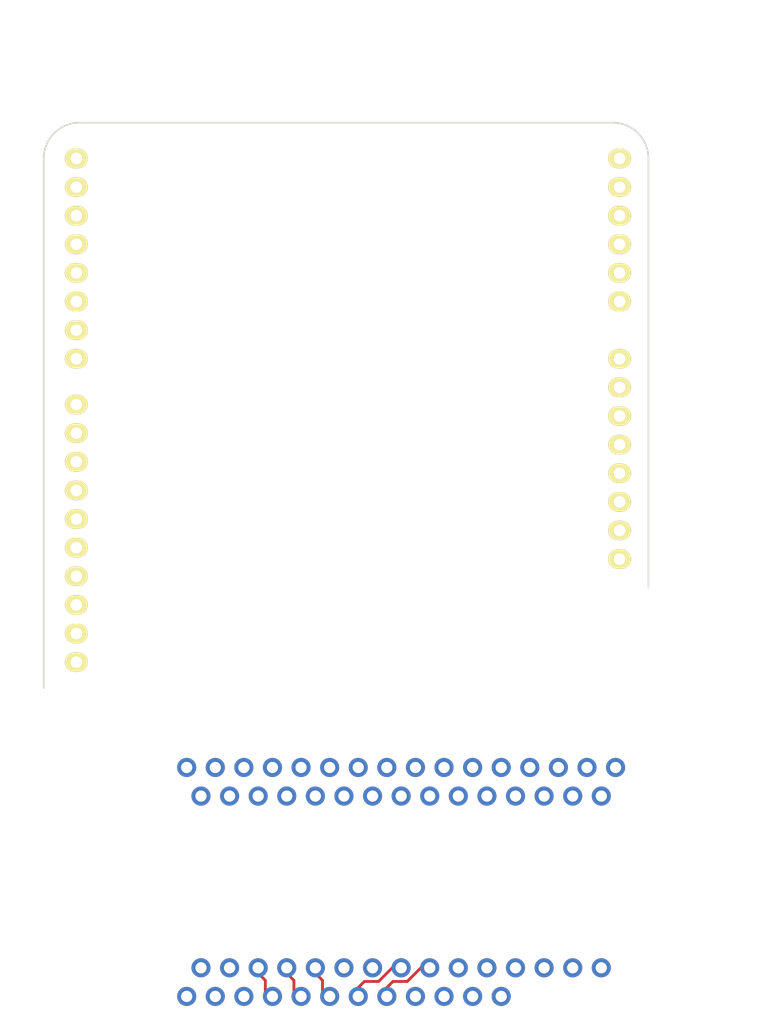
<source format=kicad_pcb>
(kicad_pcb (version 20171130) (host pcbnew "(5.1.9-0-10_14)")

  (general
    (thickness 1.6)
    (drawings 20)
    (tracks 12)
    (zones 0)
    (modules 8)
    (nets 34)
  )

  (page A4)
  (title_block
    (date "lun. 30 mars 2015")
  )

  (layers
    (0 F.Cu signal)
    (31 B.Cu signal)
    (32 B.Adhes user)
    (33 F.Adhes user)
    (34 B.Paste user)
    (35 F.Paste user)
    (36 B.SilkS user)
    (37 F.SilkS user)
    (38 B.Mask user)
    (39 F.Mask user)
    (40 Dwgs.User user)
    (41 Cmts.User user)
    (42 Eco1.User user)
    (43 Eco2.User user)
    (44 Edge.Cuts user)
    (45 Margin user)
    (46 B.CrtYd user)
    (47 F.CrtYd user)
    (48 B.Fab user)
    (49 F.Fab user)
  )

  (setup
    (last_trace_width 0.25)
    (user_trace_width 0.1524)
    (user_trace_width 0.2032)
    (user_trace_width 0.4)
    (user_trace_width 0.5)
    (user_trace_width 0.6096)
    (user_trace_width 0.8)
    (user_trace_width 1)
    (user_trace_width 2)
    (user_trace_width 0.1524)
    (user_trace_width 0.2032)
    (user_trace_width 0.4)
    (user_trace_width 0.5)
    (user_trace_width 0.6096)
    (user_trace_width 0.8)
    (user_trace_width 1)
    (user_trace_width 2)
    (trace_clearance 0.2)
    (zone_clearance 0.508)
    (zone_45_only no)
    (trace_min 0.2)
    (via_size 0.6)
    (via_drill 0.4)
    (via_min_size 0.4)
    (via_min_drill 0.3)
    (uvia_size 0.3)
    (uvia_drill 0.1)
    (uvias_allowed no)
    (uvia_min_size 0.2)
    (uvia_min_drill 0.1)
    (edge_width 0.15)
    (segment_width 0.15)
    (pcb_text_width 0.3)
    (pcb_text_size 1.5 1.5)
    (mod_edge_width 0.15)
    (mod_text_size 1 1)
    (mod_text_width 0.15)
    (pad_size 4.064 4.064)
    (pad_drill 3.048)
    (pad_to_mask_clearance 0)
    (aux_axis_origin 110.998 126.365)
    (grid_origin 110.998 126.365)
    (visible_elements FFFFFF7F)
    (pcbplotparams
      (layerselection 0x00030_80000001)
      (usegerberextensions false)
      (usegerberattributes true)
      (usegerberadvancedattributes true)
      (creategerberjobfile true)
      (excludeedgelayer true)
      (linewidth 0.100000)
      (plotframeref false)
      (viasonmask false)
      (mode 1)
      (useauxorigin false)
      (hpglpennumber 1)
      (hpglpenspeed 20)
      (hpglpendiameter 15.000000)
      (psnegative false)
      (psa4output false)
      (plotreference true)
      (plotvalue true)
      (plotinvisibletext false)
      (padsonsilk false)
      (subtractmaskfromsilk false)
      (outputformat 1)
      (mirror false)
      (drillshape 1)
      (scaleselection 1)
      (outputdirectory ""))
  )

  (net 0 "")
  (net 1 +5V)
  (net 2 GND)
  (net 3 /A0)
  (net 4 /A1)
  (net 5 /A2)
  (net 6 /A3)
  (net 7 "/1(Tx)")
  (net 8 "/0(Rx)")
  (net 9 "Net-(P1-Pad1)")
  (net 10 +3V3)
  (net 11 /~RESET)
  (net 12 /A6)
  (net 13 /A7)
  (net 14 /D2)
  (net 15 /D8)
  (net 16 /D7)
  (net 17 /SCL-A5)
  (net 18 /SDA-A4)
  (net 19 /D4)
  (net 20 /NC)
  (net 21 /D11-MOSI)
  (net 22 /D12-MISO)
  (net 23 /VIN)
  (net 24 /D13-SCK)
  (net 25 "/D3(**)")
  (net 26 "/D5(**)")
  (net 27 "/D6(**)")
  (net 28 "/D9(**)")
  (net 29 "/D10(**)")
  (net 30 "Net-(J2-Pad11)")
  (net 31 "Net-(J4-Pad13)")
  (net 32 "Net-(P1-Pad2)")
  (net 33 "Net-(P3-Pad3)")

  (net_class Default "This is the default net class."
    (clearance 0.2)
    (trace_width 0.25)
    (via_dia 0.6)
    (via_drill 0.4)
    (uvia_dia 0.3)
    (uvia_drill 0.1)
    (add_net +3V3)
    (add_net +5V)
    (add_net "/0(Rx)")
    (add_net "/1(Tx)")
    (add_net /A0)
    (add_net /A1)
    (add_net /A2)
    (add_net /A3)
    (add_net /A6)
    (add_net /A7)
    (add_net "/D10(**)")
    (add_net /D11-MOSI)
    (add_net /D12-MISO)
    (add_net /D13-SCK)
    (add_net /D2)
    (add_net "/D3(**)")
    (add_net /D4)
    (add_net "/D5(**)")
    (add_net "/D6(**)")
    (add_net /D7)
    (add_net /D8)
    (add_net "/D9(**)")
    (add_net /NC)
    (add_net /SCL-A5)
    (add_net /SDA-A4)
    (add_net /VIN)
    (add_net /~RESET)
    (add_net GND)
    (add_net "Net-(J2-Pad11)")
    (add_net "Net-(J4-Pad13)")
    (add_net "Net-(P1-Pad1)")
    (add_net "Net-(P1-Pad2)")
    (add_net "Net-(P3-Pad3)")
  )

  (module Socket_Arduino_Uno:Socket_Strip_Arduino_1x10 locked (layer F.Cu) (tedit 606FD61F) (tstamp 551AFA18)
    (at 123.4186 94.869 90)
    (descr "Through hole socket strip")
    (tags "socket strip")
    (path /56D721E0)
    (fp_text reference P3 (at 11.43 2.794 90) (layer F.Fab)
      (effects (font (size 1 1) (thickness 0.15)))
    )
    (fp_text value Digital (at 11.43 4.318 90) (layer F.Fab)
      (effects (font (size 1 1) (thickness 0.15)))
    )
    (fp_line (start -1.75 1.75) (end 24.65 1.75) (layer F.CrtYd) (width 0.05))
    (fp_line (start -1.75 -1.75) (end 24.65 -1.75) (layer F.CrtYd) (width 0.05))
    (fp_line (start 24.65 -1.75) (end 24.65 1.75) (layer F.CrtYd) (width 0.05))
    (fp_line (start -1.75 -1.75) (end -1.75 1.75) (layer F.CrtYd) (width 0.05))
    (pad 1 thru_hole oval (at 0 0 90) (size 1.7272 2.032) (drill 1.016) (layers *.Cu *.Mask F.SilkS)
      (net 17 /SCL-A5))
    (pad 2 thru_hole oval (at 2.54 0 90) (size 1.7272 2.032) (drill 1.016) (layers *.Cu *.Mask F.SilkS)
      (net 18 /SDA-A4))
    (pad 3 thru_hole oval (at 5.08 0 90) (size 1.7272 2.032) (drill 1.016) (layers *.Cu *.Mask F.SilkS)
      (net 33 "Net-(P3-Pad3)"))
    (pad 4 thru_hole oval (at 7.62 0 90) (size 1.7272 2.032) (drill 1.016) (layers *.Cu *.Mask F.SilkS)
      (net 2 GND))
    (pad 5 thru_hole oval (at 10.16 0 90) (size 1.7272 2.032) (drill 1.016) (layers *.Cu *.Mask F.SilkS)
      (net 24 /D13-SCK))
    (pad 6 thru_hole oval (at 12.7 0 90) (size 1.7272 2.032) (drill 1.016) (layers *.Cu *.Mask F.SilkS)
      (net 22 /D12-MISO))
    (pad 7 thru_hole oval (at 15.24 0 90) (size 1.7272 2.032) (drill 1.016) (layers *.Cu *.Mask F.SilkS)
      (net 21 /D11-MOSI))
    (pad 8 thru_hole oval (at 17.78 0 90) (size 1.7272 2.032) (drill 1.016) (layers *.Cu *.Mask F.SilkS)
      (net 29 "/D10(**)"))
    (pad 9 thru_hole oval (at 20.32 0 90) (size 1.7272 2.032) (drill 1.016) (layers *.Cu *.Mask F.SilkS)
      (net 28 "/D9(**)"))
    (pad 10 thru_hole oval (at 22.86 0 90) (size 1.7272 2.032) (drill 1.016) (layers *.Cu *.Mask F.SilkS)
      (net 15 /D8))
    (model ${KIPRJMOD}/Socket_Arduino_Uno.3dshapes/Socket_header_Arduino_1x10.wrl
      (offset (xyz 11.42999982833862 0 0))
      (scale (xyz 1 1 1))
      (rotate (xyz 0 0 180))
    )
  )

  (module Socket_Arduino_Uno:Socket_Strip_Arduino_1x08 locked (layer F.Cu) (tedit 606FD604) (tstamp 551AF9EA)
    (at 171.6786 85.725 90)
    (descr "Through hole socket strip")
    (tags "socket strip")
    (path /56D70129)
    (fp_text reference P1 (at 8.89 -2.54 90) (layer F.Fab)
      (effects (font (size 1 1) (thickness 0.15)))
    )
    (fp_text value Power (at 8.89 -4.064 90) (layer F.Fab)
      (effects (font (size 1 1) (thickness 0.15)))
    )
    (fp_line (start -1.75 1.75) (end 19.55 1.75) (layer F.CrtYd) (width 0.05))
    (fp_line (start -1.75 -1.75) (end 19.55 -1.75) (layer F.CrtYd) (width 0.05))
    (fp_line (start 19.55 -1.75) (end 19.55 1.75) (layer F.CrtYd) (width 0.05))
    (fp_line (start -1.75 -1.75) (end -1.75 1.75) (layer F.CrtYd) (width 0.05))
    (pad 1 thru_hole oval (at 0 0 90) (size 1.7272 2.032) (drill 1.016) (layers *.Cu *.Mask F.SilkS)
      (net 9 "Net-(P1-Pad1)"))
    (pad 2 thru_hole oval (at 2.54 0 90) (size 1.7272 2.032) (drill 1.016) (layers *.Cu *.Mask F.SilkS)
      (net 32 "Net-(P1-Pad2)"))
    (pad 3 thru_hole oval (at 5.08 0 90) (size 1.7272 2.032) (drill 1.016) (layers *.Cu *.Mask F.SilkS)
      (net 11 /~RESET))
    (pad 4 thru_hole oval (at 7.62 0 90) (size 1.7272 2.032) (drill 1.016) (layers *.Cu *.Mask F.SilkS)
      (net 10 +3V3))
    (pad 5 thru_hole oval (at 10.16 0 90) (size 1.7272 2.032) (drill 1.016) (layers *.Cu *.Mask F.SilkS)
      (net 1 +5V))
    (pad 6 thru_hole oval (at 12.7 0 90) (size 1.7272 2.032) (drill 1.016) (layers *.Cu *.Mask F.SilkS)
      (net 2 GND))
    (pad 7 thru_hole oval (at 15.24 0 90) (size 1.7272 2.032) (drill 1.016) (layers *.Cu *.Mask F.SilkS)
      (net 2 GND))
    (pad 8 thru_hole oval (at 17.78 0 90) (size 1.7272 2.032) (drill 1.016) (layers *.Cu *.Mask F.SilkS)
      (net 23 /VIN))
    (model ${KIPRJMOD}/Socket_Arduino_Uno.3dshapes/Socket_header_Arduino_1x08.wrl
      (offset (xyz 8.889999866485596 0 0))
      (scale (xyz 1 1 1))
      (rotate (xyz 0 0 180))
    )
  )

  (module Socket_Arduino_Uno:Socket_Strip_Arduino_1x06 locked (layer F.Cu) (tedit 606FD5CC) (tstamp 551AF9FF)
    (at 171.6786 62.865 90)
    (descr "Through hole socket strip")
    (tags "socket strip")
    (path /56D70DD8)
    (fp_text reference P2 (at 6.604 -2.54 90) (layer F.Fab)
      (effects (font (size 1 1) (thickness 0.15)))
    )
    (fp_text value Analog (at 6.604 -4.064 90) (layer F.Fab)
      (effects (font (size 1 1) (thickness 0.15)))
    )
    (fp_line (start -1.75 1.75) (end 14.45 1.75) (layer F.CrtYd) (width 0.05))
    (fp_line (start -1.75 -1.75) (end 14.45 -1.75) (layer F.CrtYd) (width 0.05))
    (fp_line (start 14.45 -1.75) (end 14.45 1.75) (layer F.CrtYd) (width 0.05))
    (fp_line (start -1.75 -1.75) (end -1.75 1.75) (layer F.CrtYd) (width 0.05))
    (pad 1 thru_hole oval (at 0 0 90) (size 1.7272 2.032) (drill 1.016) (layers *.Cu *.Mask F.SilkS)
      (net 3 /A0))
    (pad 2 thru_hole oval (at 2.54 0 90) (size 1.7272 2.032) (drill 1.016) (layers *.Cu *.Mask F.SilkS)
      (net 4 /A1))
    (pad 3 thru_hole oval (at 5.08 0 90) (size 1.7272 2.032) (drill 1.016) (layers *.Cu *.Mask F.SilkS)
      (net 5 /A2))
    (pad 4 thru_hole oval (at 7.62 0 90) (size 1.7272 2.032) (drill 1.016) (layers *.Cu *.Mask F.SilkS)
      (net 6 /A3))
    (pad 5 thru_hole oval (at 10.16 0 90) (size 1.7272 2.032) (drill 1.016) (layers *.Cu *.Mask F.SilkS)
      (net 18 /SDA-A4))
    (pad 6 thru_hole oval (at 12.7 0 90) (size 1.7272 2.032) (drill 1.016) (layers *.Cu *.Mask F.SilkS)
      (net 17 /SCL-A5))
    (model ${KIPRJMOD}/Socket_Arduino_Uno.3dshapes/Socket_header_Arduino_1x06.wrl
      (offset (xyz 6.349999904632568 0 0))
      (scale (xyz 1 1 1))
      (rotate (xyz 0 0 180))
    )
  )

  (module Socket_Arduino_Uno:Socket_Strip_Arduino_1x08 locked (layer F.Cu) (tedit 606FD5AC) (tstamp 551AFA2F)
    (at 123.4186 67.945 90)
    (descr "Through hole socket strip")
    (tags "socket strip")
    (path /56D7164F)
    (fp_text reference P4 (at 8.89 2.794 90) (layer F.Fab)
      (effects (font (size 1 1) (thickness 0.15)))
    )
    (fp_text value Digital (at 8.89 4.318 90) (layer F.Fab)
      (effects (font (size 1 1) (thickness 0.15)))
    )
    (fp_line (start -1.75 1.75) (end 19.55 1.75) (layer F.CrtYd) (width 0.05))
    (fp_line (start -1.75 -1.75) (end 19.55 -1.75) (layer F.CrtYd) (width 0.05))
    (fp_line (start 19.55 -1.75) (end 19.55 1.75) (layer F.CrtYd) (width 0.05))
    (fp_line (start -1.75 -1.75) (end -1.75 1.75) (layer F.CrtYd) (width 0.05))
    (pad 1 thru_hole oval (at 0 0 90) (size 1.7272 2.032) (drill 1.016) (layers *.Cu *.Mask F.SilkS)
      (net 16 /D7))
    (pad 2 thru_hole oval (at 2.54 0 90) (size 1.7272 2.032) (drill 1.016) (layers *.Cu *.Mask F.SilkS)
      (net 27 "/D6(**)"))
    (pad 3 thru_hole oval (at 5.08 0 90) (size 1.7272 2.032) (drill 1.016) (layers *.Cu *.Mask F.SilkS)
      (net 26 "/D5(**)"))
    (pad 4 thru_hole oval (at 7.62 0 90) (size 1.7272 2.032) (drill 1.016) (layers *.Cu *.Mask F.SilkS)
      (net 19 /D4))
    (pad 5 thru_hole oval (at 10.16 0 90) (size 1.7272 2.032) (drill 1.016) (layers *.Cu *.Mask F.SilkS)
      (net 25 "/D3(**)"))
    (pad 6 thru_hole oval (at 12.7 0 90) (size 1.7272 2.032) (drill 1.016) (layers *.Cu *.Mask F.SilkS)
      (net 14 /D2))
    (pad 7 thru_hole oval (at 15.24 0 90) (size 1.7272 2.032) (drill 1.016) (layers *.Cu *.Mask F.SilkS)
      (net 7 "/1(Tx)"))
    (pad 8 thru_hole oval (at 17.78 0 90) (size 1.7272 2.032) (drill 1.016) (layers *.Cu *.Mask F.SilkS)
      (net 8 "/0(Rx)"))
    (model ${KIPRJMOD}/Socket_Arduino_Uno.3dshapes/Socket_header_Arduino_1x08.wrl
      (offset (xyz 8.889999866485596 0 0))
      (scale (xyz 1 1 1))
      (rotate (xyz 0 0 180))
    )
  )

  (module Multi_Board_ASK:PinHeader_1x16_P2.54mm_Vertical (layer B.Cu) (tedit 5E068DC1) (tstamp 60709BF8)
    (at 133.223 104.2162 270)
    (descr "Through hole straight pin header, 1x16, 2.54mm pitch, single row")
    (tags "Through hole pin header THT 1x16 2.54mm single row")
    (path /5D375C76)
    (fp_text reference J1 (at 0 2.33 90) (layer B.Fab) hide
      (effects (font (size 1 1) (thickness 0.15)) (justify mirror))
    )
    (fp_text value "feather long" (at 0 -40.43 90) (layer B.Fab) hide
      (effects (font (size 1 1) (thickness 0.15)) (justify mirror))
    )
    (fp_line (start -1.27 0.635) (end -0.635 1.27) (layer B.Fab) (width 0.1))
    (fp_line (start -1.27 -39.37) (end -1.27 0.635) (layer B.Fab) (width 0.1))
    (fp_line (start 1.27 -39.37) (end -1.27 -39.37) (layer B.Fab) (width 0.1))
    (fp_line (start 1.27 1.27) (end 1.27 -39.37) (layer B.Fab) (width 0.1))
    (fp_line (start -0.635 1.27) (end 1.27 1.27) (layer B.Fab) (width 0.1))
    (fp_text user %R (at 0 -19.05 180) (layer B.Fab)
      (effects (font (size 1 1) (thickness 0.15)) (justify mirror))
    )
    (pad 1 thru_hole circle (at 0 0 270) (size 1.7 1.7) (drill 1) (layers *.Cu *.Mask)
      (net 14 /D2))
    (pad 2 thru_hole oval (at 0 -2.54 270) (size 1.7 1.7) (drill 1) (layers *.Cu *.Mask)
      (net 7 "/1(Tx)"))
    (pad 3 thru_hole oval (at 0 -5.08 270) (size 1.7 1.7) (drill 1) (layers *.Cu *.Mask)
      (net 8 "/0(Rx)"))
    (pad 4 thru_hole oval (at 0 -7.62 270) (size 1.7 1.7) (drill 1) (layers *.Cu *.Mask)
      (net 22 /D12-MISO))
    (pad 5 thru_hole oval (at 0 -10.16 270) (size 1.7 1.7) (drill 1) (layers *.Cu *.Mask)
      (net 21 /D11-MOSI))
    (pad 6 thru_hole oval (at 0 -12.7 270) (size 1.7 1.7) (drill 1) (layers *.Cu *.Mask)
      (net 24 /D13-SCK))
    (pad 7 thru_hole oval (at 0 -15.24 270) (size 1.7 1.7) (drill 1) (layers *.Cu *.Mask)
      (net 13 /A7))
    (pad 8 thru_hole oval (at 0 -17.78 270) (size 1.7 1.7) (drill 1) (layers *.Cu *.Mask)
      (net 12 /A6))
    (pad 9 thru_hole oval (at 0 -20.32 270) (size 1.7 1.7) (drill 1) (layers *.Cu *.Mask)
      (net 6 /A3))
    (pad 10 thru_hole oval (at 0 -22.86 270) (size 1.7 1.7) (drill 1) (layers *.Cu *.Mask)
      (net 5 /A2))
    (pad 11 thru_hole oval (at 0 -25.4 270) (size 1.7 1.7) (drill 1) (layers *.Cu *.Mask)
      (net 4 /A1))
    (pad 12 thru_hole oval (at 0 -27.94 270) (size 1.7 1.7) (drill 1) (layers *.Cu *.Mask)
      (net 3 /A0))
    (pad 13 thru_hole oval (at 0 -30.48 270) (size 1.7 1.7) (drill 1) (layers *.Cu *.Mask)
      (net 2 GND))
    (pad 14 thru_hole oval (at 0 -33.02 270) (size 1.7 1.7) (drill 1) (layers *.Cu *.Mask)
      (net 20 /NC))
    (pad 15 thru_hole oval (at 0 -35.56 270) (size 1.7 1.7) (drill 1) (layers *.Cu *.Mask)
      (net 10 +3V3))
    (pad 16 thru_hole oval (at 0 -38.1 270) (size 1.7 1.7) (drill 1) (layers *.Cu *.Mask)
      (net 11 /~RESET))
    (model ${KISYS3DMOD}/Connector_PinHeader_2.54mm.3dshapes/PinHeader_1x16_P2.54mm_Vertical.wrl
      (at (xyz 0 0 0))
      (scale (xyz 1 1 1))
      (rotate (xyz 0 0 0))
    )
  )

  (module Multi_Board_ASK:PinHeader_1x12_P2.54mm_Vertical (layer B.Cu) (tedit 5E068D93) (tstamp 60709C11)
    (at 133.223 124.5362 270)
    (descr "Through hole straight pin header, 1x12, 2.54mm pitch, single row")
    (tags "Through hole pin header THT 1x12 2.54mm single row")
    (path /5D375CC4)
    (fp_text reference J2 (at 0 2.33 90) (layer B.Fab) hide
      (effects (font (size 1 1) (thickness 0.15)) (justify mirror))
    )
    (fp_text value "feather short" (at 0 -30.27 90) (layer B.Fab) hide
      (effects (font (size 1 1) (thickness 0.15)) (justify mirror))
    )
    (fp_line (start -1.27 0.635) (end -0.635 1.27) (layer B.Fab) (width 0.1))
    (fp_line (start -1.27 -29.21) (end -1.27 0.635) (layer B.Fab) (width 0.1))
    (fp_line (start 1.27 -29.21) (end -1.27 -29.21) (layer B.Fab) (width 0.1))
    (fp_line (start 1.27 1.27) (end 1.27 -29.21) (layer B.Fab) (width 0.1))
    (fp_line (start -0.635 1.27) (end 1.27 1.27) (layer B.Fab) (width 0.1))
    (fp_text user %R (at 0 -13.97 180) (layer B.Fab)
      (effects (font (size 1 1) (thickness 0.15)) (justify mirror))
    )
    (pad 1 thru_hole circle (at 0 0 270) (size 1.7 1.7) (drill 1) (layers *.Cu *.Mask)
      (net 18 /SDA-A4))
    (pad 2 thru_hole oval (at 0 -2.54 270) (size 1.7 1.7) (drill 1) (layers *.Cu *.Mask)
      (net 17 /SCL-A5))
    (pad 3 thru_hole oval (at 0 -5.08 270) (size 1.7 1.7) (drill 1) (layers *.Cu *.Mask)
      (net 25 "/D3(**)"))
    (pad 4 thru_hole oval (at 0 -7.62 270) (size 1.7 1.7) (drill 1) (layers *.Cu *.Mask)
      (net 19 /D4))
    (pad 5 thru_hole oval (at 0 -10.16 270) (size 1.7 1.7) (drill 1) (layers *.Cu *.Mask)
      (net 26 "/D5(**)"))
    (pad 6 thru_hole oval (at 0 -12.7 270) (size 1.7 1.7) (drill 1) (layers *.Cu *.Mask)
      (net 27 "/D6(**)"))
    (pad 7 thru_hole oval (at 0 -15.24 270) (size 1.7 1.7) (drill 1) (layers *.Cu *.Mask)
      (net 15 /D8))
    (pad 8 thru_hole oval (at 0 -17.78 270) (size 1.7 1.7) (drill 1) (layers *.Cu *.Mask)
      (net 28 "/D9(**)"))
    (pad 9 thru_hole oval (at 0 -20.32 270) (size 1.7 1.7) (drill 1) (layers *.Cu *.Mask)
      (net 29 "/D10(**)"))
    (pad 10 thru_hole oval (at 0 -22.86 270) (size 1.7 1.7) (drill 1) (layers *.Cu *.Mask)
      (net 1 +5V))
    (pad 11 thru_hole oval (at 0 -25.4 270) (size 1.7 1.7) (drill 1) (layers *.Cu *.Mask)
      (net 30 "Net-(J2-Pad11)"))
    (pad 12 thru_hole oval (at 0 -27.94 270) (size 1.7 1.7) (drill 1) (layers *.Cu *.Mask)
      (net 23 /VIN))
    (model ${KISYS3DMOD}/Connector_PinHeader_2.54mm.3dshapes/PinHeader_1x12_P2.54mm_Vertical.wrl
      (at (xyz 0 0 0))
      (scale (xyz 1 1 1))
      (rotate (xyz 0 0 0))
    )
  )

  (module Multi_Board_ASK:PinSocket_1x15_P2.54mm_Vertical (layer F.Cu) (tedit 5E06CC47) (tstamp 60709C26)
    (at 134.493 121.9962 90)
    (descr "Through hole straight socket strip, 1x15, 2.54mm pitch, single row (from Kicad 4.0.7), script generated")
    (tags "Through hole socket strip THT 1x15 2.54mm single row")
    (path /5E06C052)
    (fp_text reference J3 (at 0 -2.77 90) (layer F.Fab) hide
      (effects (font (size 1 1) (thickness 0.15)))
    )
    (fp_text value Conn_01x15 (at 0 38.33 90) (layer F.Fab) hide
      (effects (font (size 1 1) (thickness 0.15)))
    )
    (fp_line (start -1.27 -1.27) (end 0.635 -1.27) (layer F.Fab) (width 0.1))
    (fp_line (start 0.635 -1.27) (end 1.27 -0.635) (layer F.Fab) (width 0.1))
    (fp_line (start 1.27 -0.635) (end 1.27 36.83) (layer F.Fab) (width 0.1))
    (fp_line (start 1.27 36.83) (end -1.27 36.83) (layer F.Fab) (width 0.1))
    (fp_line (start -1.27 36.83) (end -1.27 -1.27) (layer F.Fab) (width 0.1))
    (fp_text user %R (at 0 17.78) (layer F.Fab)
      (effects (font (size 1 1) (thickness 0.15)))
    )
    (pad 15 thru_hole oval (at 0 35.56 90) (size 1.7 1.7) (drill 1) (layers *.Cu *.Mask)
      (net 22 /D12-MISO))
    (pad 14 thru_hole oval (at 0 33.02 90) (size 1.7 1.7) (drill 1) (layers *.Cu *.Mask)
      (net 21 /D11-MOSI))
    (pad 13 thru_hole oval (at 0 30.48 90) (size 1.7 1.7) (drill 1) (layers *.Cu *.Mask)
      (net 29 "/D10(**)"))
    (pad 12 thru_hole oval (at 0 27.94 90) (size 1.7 1.7) (drill 1) (layers *.Cu *.Mask)
      (net 28 "/D9(**)"))
    (pad 11 thru_hole oval (at 0 25.4 90) (size 1.7 1.7) (drill 1) (layers *.Cu *.Mask)
      (net 15 /D8))
    (pad 10 thru_hole oval (at 0 22.86 90) (size 1.7 1.7) (drill 1) (layers *.Cu *.Mask)
      (net 16 /D7))
    (pad 9 thru_hole oval (at 0 20.32 90) (size 1.7 1.7) (drill 1) (layers *.Cu *.Mask)
      (net 27 "/D6(**)"))
    (pad 8 thru_hole oval (at 0 17.78 90) (size 1.7 1.7) (drill 1) (layers *.Cu *.Mask)
      (net 26 "/D5(**)"))
    (pad 7 thru_hole oval (at 0 15.24 90) (size 1.7 1.7) (drill 1) (layers *.Cu *.Mask)
      (net 19 /D4))
    (pad 6 thru_hole oval (at 0 12.7 90) (size 1.7 1.7) (drill 1) (layers *.Cu *.Mask)
      (net 25 "/D3(**)"))
    (pad 5 thru_hole oval (at 0 10.16 90) (size 1.7 1.7) (drill 1) (layers *.Cu *.Mask)
      (net 14 /D2))
    (pad 4 thru_hole oval (at 0 7.62 90) (size 1.7 1.7) (drill 1) (layers *.Cu *.Mask)
      (net 2 GND))
    (pad 3 thru_hole oval (at 0 5.08 90) (size 1.7 1.7) (drill 1) (layers *.Cu *.Mask)
      (net 11 /~RESET))
    (pad 2 thru_hole oval (at 0 2.54 90) (size 1.7 1.7) (drill 1) (layers *.Cu *.Mask)
      (net 8 "/0(Rx)"))
    (pad 1 thru_hole circle (at 0 0 90) (size 1.7 1.7) (drill 1) (layers *.Cu *.Mask)
      (net 7 "/1(Tx)"))
    (model ${KISYS3DMOD}/Connector_PinSocket_2.54mm.3dshapes/PinSocket_1x15_P2.54mm_Vertical.wrl
      (at (xyz 0 0 0))
      (scale (xyz 1 1 1))
      (rotate (xyz 0 0 0))
    )
  )

  (module Multi_Board_ASK:PinSocket_1x15_P2.54mm_Vertical (layer F.Cu) (tedit 5E06CC47) (tstamp 60709C3E)
    (at 134.493 106.7562 90)
    (descr "Through hole straight socket strip, 1x15, 2.54mm pitch, single row (from Kicad 4.0.7), script generated")
    (tags "Through hole socket strip THT 1x15 2.54mm single row")
    (path /5E070545)
    (fp_text reference J4 (at 0 -2.77 90) (layer F.Fab) hide
      (effects (font (size 1 1) (thickness 0.15)))
    )
    (fp_text value Conn_01x15 (at 0 38.33 90) (layer F.Fab) hide
      (effects (font (size 1 1) (thickness 0.15)))
    )
    (fp_line (start -1.27 36.83) (end -1.27 -1.27) (layer F.Fab) (width 0.1))
    (fp_line (start 1.27 36.83) (end -1.27 36.83) (layer F.Fab) (width 0.1))
    (fp_line (start 1.27 -0.635) (end 1.27 36.83) (layer F.Fab) (width 0.1))
    (fp_line (start 0.635 -1.27) (end 1.27 -0.635) (layer F.Fab) (width 0.1))
    (fp_line (start -1.27 -1.27) (end 0.635 -1.27) (layer F.Fab) (width 0.1))
    (fp_text user %R (at 0 17.78) (layer F.Fab)
      (effects (font (size 1 1) (thickness 0.15)))
    )
    (pad 1 thru_hole circle (at 0 0 90) (size 1.7 1.7) (drill 1) (layers *.Cu *.Mask)
      (net 23 /VIN))
    (pad 2 thru_hole oval (at 0 2.54 90) (size 1.7 1.7) (drill 1) (layers *.Cu *.Mask)
      (net 2 GND))
    (pad 3 thru_hole oval (at 0 5.08 90) (size 1.7 1.7) (drill 1) (layers *.Cu *.Mask)
      (net 11 /~RESET))
    (pad 4 thru_hole oval (at 0 7.62 90) (size 1.7 1.7) (drill 1) (layers *.Cu *.Mask)
      (net 1 +5V))
    (pad 5 thru_hole oval (at 0 10.16 90) (size 1.7 1.7) (drill 1) (layers *.Cu *.Mask)
      (net 13 /A7))
    (pad 6 thru_hole oval (at 0 12.7 90) (size 1.7 1.7) (drill 1) (layers *.Cu *.Mask)
      (net 12 /A6))
    (pad 7 thru_hole oval (at 0 15.24 90) (size 1.7 1.7) (drill 1) (layers *.Cu *.Mask)
      (net 17 /SCL-A5))
    (pad 8 thru_hole oval (at 0 17.78 90) (size 1.7 1.7) (drill 1) (layers *.Cu *.Mask)
      (net 18 /SDA-A4))
    (pad 9 thru_hole oval (at 0 20.32 90) (size 1.7 1.7) (drill 1) (layers *.Cu *.Mask)
      (net 6 /A3))
    (pad 10 thru_hole oval (at 0 22.86 90) (size 1.7 1.7) (drill 1) (layers *.Cu *.Mask)
      (net 5 /A2))
    (pad 11 thru_hole oval (at 0 25.4 90) (size 1.7 1.7) (drill 1) (layers *.Cu *.Mask)
      (net 4 /A1))
    (pad 12 thru_hole oval (at 0 27.94 90) (size 1.7 1.7) (drill 1) (layers *.Cu *.Mask)
      (net 3 /A0))
    (pad 13 thru_hole oval (at 0 30.48 90) (size 1.7 1.7) (drill 1) (layers *.Cu *.Mask)
      (net 31 "Net-(J4-Pad13)"))
    (pad 14 thru_hole oval (at 0 33.02 90) (size 1.7 1.7) (drill 1) (layers *.Cu *.Mask)
      (net 10 +3V3))
    (pad 15 thru_hole oval (at 0 35.56 90) (size 1.7 1.7) (drill 1) (layers *.Cu *.Mask)
      (net 24 /D13-SCK))
    (model ${KISYS3DMOD}/Connector_PinSocket_2.54mm.3dshapes/PinSocket_1x15_P2.54mm_Vertical.wrl
      (at (xyz 0 0 0))
      (scale (xyz 1 1 1))
      (rotate (xyz 0 0 0))
    )
  )

  (dimension 4.699 (width 0.15) (layer Dwgs.User) (tstamp 6070AD13)
    (gr_text "4.699 mm" (at 171.7675 92.486) (layer Dwgs.User) (tstamp 6070AD13)
      (effects (font (size 1 1) (thickness 0.15)))
    )
    (feature1 (pts (xy 174.117 87.376) (xy 174.117 91.772421)))
    (feature2 (pts (xy 169.418 87.376) (xy 169.418 91.772421)))
    (crossbar (pts (xy 169.418 91.186) (xy 174.117 91.186)))
    (arrow1a (pts (xy 174.117 91.186) (xy 172.990496 91.772421)))
    (arrow1b (pts (xy 174.117 91.186) (xy 172.990496 90.599579)))
    (arrow2a (pts (xy 169.418 91.186) (xy 170.544504 91.772421)))
    (arrow2b (pts (xy 169.418 91.186) (xy 170.544504 90.599579)))
  )
  (gr_arc (start 123.698 50.165) (end 123.698 46.99) (angle -90) (layer Edge.Cuts) (width 0.15) (tstamp 6070ACD5))
  (gr_arc (start 171.069 50.165) (end 174.244 50.165) (angle -90) (layer Edge.Cuts) (width 0.15) (tstamp 6070ACCC))
  (dimension 78.74 (width 0.15) (layer Dwgs.User)
    (gr_text "78.740 mm" (at 184.053 86.995 90) (layer Dwgs.User) (tstamp 606FDF3C)
      (effects (font (size 1 1) (thickness 0.15)))
    )
    (feature1 (pts (xy 176.403 126.365) (xy 183.339421 126.365)))
    (feature2 (pts (xy 176.403 47.625) (xy 183.339421 47.625)))
    (crossbar (pts (xy 182.753 47.625) (xy 182.753 126.365)))
    (arrow1a (pts (xy 182.753 126.365) (xy 182.166579 125.238496)))
    (arrow1b (pts (xy 182.753 126.365) (xy 183.339421 125.238496)))
    (arrow2a (pts (xy 182.753 47.625) (xy 182.166579 48.751504)))
    (arrow2b (pts (xy 182.753 47.625) (xy 183.339421 48.751504)))
  )
  (dimension 60.325 (width 0.15) (layer Dwgs.User)
    (gr_text "60.325 mm" (at 146.8755 36.8) (layer Dwgs.User)
      (effects (font (size 1 1) (thickness 0.15)))
    )
    (feature1 (pts (xy 116.713 44.45) (xy 116.713 37.513579)))
    (feature2 (pts (xy 177.038 44.45) (xy 177.038 37.513579)))
    (crossbar (pts (xy 177.038 38.1) (xy 116.713 38.1)))
    (arrow1a (pts (xy 116.713 38.1) (xy 117.839504 37.513579)))
    (arrow1b (pts (xy 116.713 38.1) (xy 117.839504 38.686421)))
    (arrow2a (pts (xy 177.038 38.1) (xy 175.911496 37.513579)))
    (arrow2b (pts (xy 177.038 38.1) (xy 175.911496 38.686421)))
  )
  (gr_line (start 174.244 50.165) (end 174.244 88.265) (layer Edge.Cuts) (width 0.15))
  (gr_line (start 123.698 46.99) (end 171.069 46.99) (layer Edge.Cuts) (width 0.15))
  (gr_line (start 120.523 97.155) (end 120.523 50.165) (layer Edge.Cuts) (width 0.15))
  (gr_line (start 174.2186 47.625) (end 171.6786 47.625) (angle 90) (layer F.Fab) (width 0.15))
  (gr_arc (start 126.873 123.2662) (end 124.333 123.2662) (angle -90) (layer F.Fab) (width 0.2))
  (gr_arc (start 126.873 105.4862) (end 126.873 102.9462) (angle -90) (layer F.Fab) (width 0.2) (tstamp 5E24736C))
  (gr_arc (start 171.323 105.4862) (end 173.863 105.4862) (angle -90) (layer F.Fab) (width 0.2))
  (gr_arc (start 171.323 123.2662) (end 171.323 125.8062) (angle -90) (layer F.Fab) (width 0.2))
  (gr_line (start 173.863 105.4862) (end 173.863 123.2662) (layer F.Fab) (width 0.2))
  (gr_line (start 126.873 102.9462) (end 171.323 102.9462) (layer F.Fab) (width 0.2))
  (gr_line (start 124.333 123.2662) (end 124.333 105.4862) (layer F.Fab) (width 0.2) (tstamp 60709FF0))
  (gr_line (start 171.323 125.8062) (end 126.873 125.8062) (layer F.Fab) (width 0.2))
  (gr_line (start 147.574 100.584) (end 147.574 95.504) (angle 90) (layer F.Fab) (width 0.15))
  (gr_line (start 155.194 100.584) (end 147.574 100.584) (angle 90) (layer F.Fab) (width 0.15))
  (gr_line (start 155.194 95.504) (end 155.194 100.584) (angle 90) (layer F.Fab) (width 0.15))

  (segment (start 140.208 123.1138) (end 138.938 121.8438) (width 0.25) (layer F.Cu) (net 4))
  (segment (start 140.208 124.3838) (end 140.208 123.1138) (width 0.25) (layer F.Cu) (net 4))
  (segment (start 142.748 123.1138) (end 141.478 121.8438) (width 0.25) (layer F.Cu) (net 5))
  (segment (start 142.748 124.3838) (end 142.748 123.1138) (width 0.25) (layer F.Cu) (net 5))
  (segment (start 145.288 123.1138) (end 144.018 121.8438) (width 0.25) (layer F.Cu) (net 6))
  (segment (start 145.288 124.3838) (end 145.288 123.1138) (width 0.25) (layer F.Cu) (net 6))
  (segment (start 149.003001 123.208799) (end 150.273001 123.208799) (width 0.25) (layer F.Cu) (net 12))
  (segment (start 150.273001 123.208799) (end 151.638 121.8438) (width 0.25) (layer F.Cu) (net 12))
  (segment (start 147.828 124.3838) (end 149.003001 123.208799) (width 0.25) (layer F.Cu) (net 12))
  (segment (start 151.543001 123.208799) (end 152.813001 123.208799) (width 0.25) (layer F.Cu) (net 13))
  (segment (start 152.813001 123.208799) (end 154.178 121.8438) (width 0.25) (layer F.Cu) (net 13))
  (segment (start 150.368 124.3838) (end 151.543001 123.208799) (width 0.25) (layer F.Cu) (net 13))

  (zone (net 2) (net_name GND) (layer F.Cu) (tstamp 5E23C650) (hatch edge 0.508)
    (connect_pads (clearance 0.508))
    (min_thickness 0.254)
    (fill (arc_segments 32) (thermal_gap 0.508) (thermal_bridge_width 0.508))
    (polygon
      (pts
        (xy 177.3174 127) (xy 116.9924 127) (xy 116.9924 46.355) (xy 177.3174 46.355)
      )
    )
  )
  (zone (net 2) (net_name GND) (layer B.Cu) (tstamp 5E23C64D) (hatch edge 0.508)
    (connect_pads (clearance 0.508))
    (min_thickness 0.254)
    (fill (arc_segments 32) (thermal_gap 0.508) (thermal_bridge_width 0.508))
    (polygon
      (pts
        (xy 177.3174 126.84125) (xy 116.9924 127) (xy 116.9924 46.434375) (xy 177.3174 46.275625)
      )
    )
  )
)

</source>
